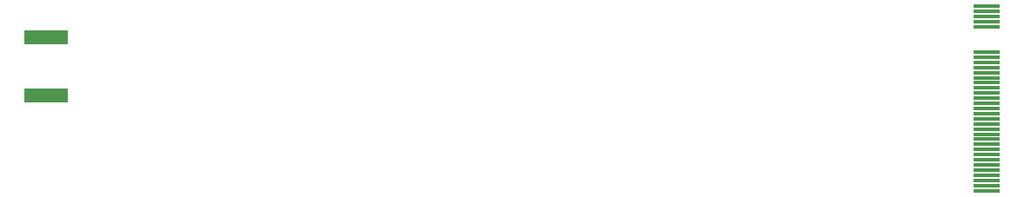
<source format=gbp>
%TF.GenerationSoftware,KiCad,Pcbnew,6.0.9-8da3e8f707~117~ubuntu20.04.1*%
%TF.CreationDate,2023-01-01T11:50:09-08:00*%
%TF.ProjectId,BoardyMcBoardFace,426f6172-6479-44d6-9342-6f6172644661,rev?*%
%TF.SameCoordinates,Original*%
%TF.FileFunction,Paste,Bot*%
%TF.FilePolarity,Positive*%
%FSLAX46Y46*%
G04 Gerber Fmt 4.6, Leading zero omitted, Abs format (unit mm)*
G04 Created by KiCad (PCBNEW 6.0.9-8da3e8f707~117~ubuntu20.04.1) date 2023-01-01 11:50:09*
%MOMM*%
%LPD*%
G01*
G04 APERTURE LIST*
%ADD10R,2.500000X0.350000*%
%ADD11R,4.200000X1.350000*%
G04 APERTURE END LIST*
D10*
%TO.C,U$1*%
X202127800Y-101642400D03*
X202127800Y-102142400D03*
X202127800Y-102642400D03*
X202127800Y-103142400D03*
X202127800Y-103642400D03*
X202127800Y-106142400D03*
X202127800Y-106642400D03*
X202127800Y-107142400D03*
X202127800Y-107642400D03*
X202127800Y-108142400D03*
X202127800Y-108642400D03*
X202127800Y-109142400D03*
X202127800Y-109642400D03*
X202127800Y-110142400D03*
X202127800Y-110642400D03*
X202127800Y-111142400D03*
X202127800Y-111642400D03*
X202127800Y-112142400D03*
X202127800Y-112642400D03*
X202127800Y-113142400D03*
X202127800Y-113642400D03*
X202127800Y-114142400D03*
X202127800Y-114642400D03*
X202127800Y-115142400D03*
X202127800Y-115642400D03*
X202127800Y-116142400D03*
X202127800Y-116642400D03*
X202127800Y-117142400D03*
X202127800Y-117642400D03*
X202127800Y-118142400D03*
X202127800Y-118642400D03*
X202127800Y-119142400D03*
X202127800Y-119642400D03*
%TD*%
D11*
%TO.C,J1*%
X110490000Y-110368600D03*
X110490000Y-104718600D03*
%TD*%
M02*

</source>
